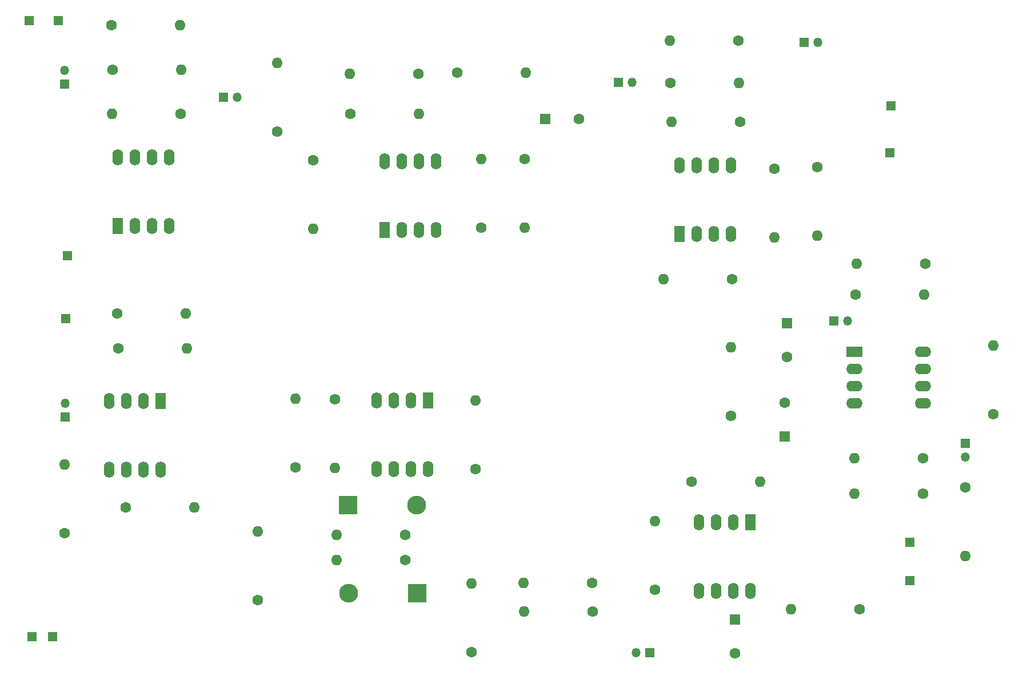
<source format=gbr>
%TF.GenerationSoftware,KiCad,Pcbnew,7.0.2*%
%TF.CreationDate,2023-05-13T22:40:36-03:00*%
%TF.ProjectId,op,6f702e6b-6963-4616-945f-706362585858,rev?*%
%TF.SameCoordinates,Original*%
%TF.FileFunction,Soldermask,Bot*%
%TF.FilePolarity,Negative*%
%FSLAX46Y46*%
G04 Gerber Fmt 4.6, Leading zero omitted, Abs format (unit mm)*
G04 Created by KiCad (PCBNEW 7.0.2) date 2023-05-13 22:40:36*
%MOMM*%
%LPD*%
G01*
G04 APERTURE LIST*
%ADD10C,1.600000*%
%ADD11O,1.600000X1.600000*%
%ADD12R,1.350000X1.350000*%
%ADD13O,1.350000X1.350000*%
%ADD14R,1.600000X1.600000*%
%ADD15R,1.600000X2.400000*%
%ADD16O,1.600000X2.400000*%
%ADD17R,2.400000X1.600000*%
%ADD18O,2.400000X1.600000*%
%ADD19R,2.800000X2.800000*%
%ADD20O,2.800000X2.800000*%
G04 APERTURE END LIST*
D10*
%TO.C,R20*%
X149950000Y-60120000D03*
D11*
X139790000Y-60120000D03*
%TD*%
D12*
%TO.C,J10*%
X17660000Y-115340000D03*
%TD*%
%TO.C,J18*%
X109170000Y-117700000D03*
D13*
X107170000Y-117700000D03*
%TD*%
D12*
%TO.C,J15*%
X132070000Y-27370000D03*
D13*
X134070000Y-27370000D03*
%TD*%
D12*
%TO.C,J9*%
X17190000Y-24180000D03*
%TD*%
D10*
%TO.C,R28*%
X56670000Y-90310000D03*
D11*
X56670000Y-80150000D03*
%TD*%
D14*
%TO.C,C3*%
X129180000Y-85690000D03*
D10*
X129180000Y-80690000D03*
%TD*%
D14*
%TO.C,C1*%
X93700000Y-38730000D03*
D10*
X98700000Y-38730000D03*
%TD*%
%TO.C,R13*%
X74880000Y-32040000D03*
D11*
X64720000Y-32040000D03*
%TD*%
D10*
%TO.C,R31*%
X100620000Y-107350000D03*
D11*
X90460000Y-107350000D03*
%TD*%
D15*
%TO.C,U7*%
X36660000Y-80445000D03*
D16*
X34120000Y-80445000D03*
X31580000Y-80445000D03*
X29040000Y-80445000D03*
X29040000Y-90605000D03*
X31580000Y-90605000D03*
X34120000Y-90605000D03*
X36660000Y-90605000D03*
%TD*%
D10*
%TO.C,R6*%
X84220000Y-54840000D03*
D11*
X84220000Y-44680000D03*
%TD*%
D10*
%TO.C,R30*%
X83370000Y-90560000D03*
D11*
X83370000Y-80400000D03*
%TD*%
D17*
%TO.C,U4*%
X139455000Y-73200000D03*
D18*
X139455000Y-75740000D03*
X139455000Y-78280000D03*
X139455000Y-80820000D03*
X149615000Y-80820000D03*
X149615000Y-78280000D03*
X149615000Y-75740000D03*
X149615000Y-73200000D03*
%TD*%
D10*
%TO.C,R17*%
X122330000Y-27140000D03*
D11*
X112170000Y-27140000D03*
%TD*%
D10*
%TO.C,R42*%
X30280000Y-67540000D03*
D11*
X40440000Y-67540000D03*
%TD*%
D15*
%TO.C,U3*%
X113610000Y-55745000D03*
D16*
X116150000Y-55745000D03*
X118690000Y-55745000D03*
X121230000Y-55745000D03*
X121230000Y-45585000D03*
X118690000Y-45585000D03*
X116150000Y-45585000D03*
X113610000Y-45585000D03*
%TD*%
D10*
%TO.C,R10*%
X39640000Y-37910000D03*
D11*
X29480000Y-37910000D03*
%TD*%
D10*
%TO.C,R15*%
X121360000Y-62390000D03*
D11*
X111200000Y-62390000D03*
%TD*%
D15*
%TO.C,U2*%
X69900000Y-55125000D03*
D16*
X72440000Y-55125000D03*
X74980000Y-55125000D03*
X77520000Y-55125000D03*
X77520000Y-44965000D03*
X74980000Y-44965000D03*
X72440000Y-44965000D03*
X69900000Y-44965000D03*
%TD*%
D12*
%TO.C,J17*%
X155900000Y-86720000D03*
D13*
X155900000Y-88720000D03*
%TD*%
D10*
%TO.C,R21*%
X121190000Y-82630000D03*
D11*
X121190000Y-72470000D03*
%TD*%
D10*
%TO.C,R24*%
X149630000Y-94160000D03*
D11*
X139470000Y-94160000D03*
%TD*%
D10*
%TO.C,R39*%
X31540000Y-96210000D03*
D11*
X41700000Y-96210000D03*
%TD*%
D10*
%TO.C,R9*%
X29590000Y-31390000D03*
D11*
X39750000Y-31390000D03*
%TD*%
D12*
%TO.C,J19*%
X22540000Y-82820000D03*
D13*
X22540000Y-80820000D03*
%TD*%
D10*
%TO.C,R8*%
X53990000Y-40590000D03*
D11*
X53990000Y-30430000D03*
%TD*%
D12*
%TO.C,J16*%
X136470000Y-68560000D03*
D13*
X138470000Y-68560000D03*
%TD*%
D10*
%TO.C,R22*%
X109970000Y-108420000D03*
D11*
X109970000Y-98260000D03*
%TD*%
D12*
%TO.C,J4*%
X144730000Y-43670000D03*
%TD*%
D10*
%TO.C,R33*%
X140220000Y-111300000D03*
D11*
X130060000Y-111300000D03*
%TD*%
D10*
%TO.C,R36*%
X72940000Y-103990000D03*
D11*
X62780000Y-103990000D03*
%TD*%
D10*
%TO.C,R41*%
X30470000Y-72670000D03*
D11*
X40630000Y-72670000D03*
%TD*%
D10*
%TO.C,R37*%
X72940000Y-100250000D03*
D11*
X62780000Y-100250000D03*
%TD*%
D12*
%TO.C,J13*%
X46050000Y-35500000D03*
D13*
X48050000Y-35500000D03*
%TD*%
D14*
%TO.C,C4*%
X121760000Y-112830000D03*
D10*
X121760000Y-117830000D03*
%TD*%
D15*
%TO.C,U5*%
X124080000Y-98395000D03*
D16*
X121540000Y-98395000D03*
X119000000Y-98395000D03*
X116460000Y-98395000D03*
X116460000Y-108555000D03*
X119000000Y-108555000D03*
X121540000Y-108555000D03*
X124080000Y-108555000D03*
%TD*%
D15*
%TO.C,U6*%
X76350000Y-80405000D03*
D16*
X73810000Y-80405000D03*
X71270000Y-80405000D03*
X68730000Y-80405000D03*
X68730000Y-90565000D03*
X71270000Y-90565000D03*
X73810000Y-90565000D03*
X76350000Y-90565000D03*
%TD*%
D19*
%TO.C,D1*%
X74680000Y-108940000D03*
D20*
X64520000Y-108940000D03*
%TD*%
D10*
%TO.C,R26*%
X139690000Y-64670000D03*
D11*
X149850000Y-64670000D03*
%TD*%
D12*
%TO.C,J7*%
X22610000Y-68220000D03*
%TD*%
D14*
%TO.C,C2*%
X129480000Y-68940000D03*
D10*
X129480000Y-73940000D03*
%TD*%
D12*
%TO.C,J11*%
X21540000Y-24150000D03*
%TD*%
D10*
%TO.C,R38*%
X51090000Y-109940000D03*
D11*
X51090000Y-99780000D03*
%TD*%
D12*
%TO.C,J8*%
X20690000Y-115370000D03*
%TD*%
D10*
%TO.C,R19*%
X122560000Y-39100000D03*
D11*
X112400000Y-39100000D03*
%TD*%
D12*
%TO.C,J14*%
X104520000Y-33280000D03*
D13*
X106520000Y-33280000D03*
%TD*%
D12*
%TO.C,J1*%
X147730000Y-107060000D03*
%TD*%
D10*
%TO.C,R12*%
X80680000Y-31860000D03*
D11*
X90840000Y-31860000D03*
%TD*%
D10*
%TO.C,R14*%
X127600000Y-46050000D03*
D11*
X127600000Y-56210000D03*
%TD*%
D10*
%TO.C,R18*%
X112240000Y-33390000D03*
D11*
X122400000Y-33390000D03*
%TD*%
D12*
%TO.C,J5*%
X147680000Y-101400000D03*
%TD*%
D10*
%TO.C,R27*%
X160030000Y-82430000D03*
D11*
X160030000Y-72270000D03*
%TD*%
D19*
%TO.C,D2*%
X64500000Y-95870000D03*
D20*
X74660000Y-95870000D03*
%TD*%
D15*
%TO.C,U1*%
X30330000Y-54520000D03*
D16*
X32870000Y-54520000D03*
X35410000Y-54520000D03*
X37950000Y-54520000D03*
X37950000Y-44360000D03*
X35410000Y-44360000D03*
X32870000Y-44360000D03*
X30330000Y-44360000D03*
%TD*%
D10*
%TO.C,R11*%
X64800000Y-37950000D03*
D11*
X74960000Y-37950000D03*
%TD*%
D10*
%TO.C,R40*%
X22500000Y-100040000D03*
D11*
X22500000Y-89880000D03*
%TD*%
D12*
%TO.C,J6*%
X22890000Y-58920000D03*
%TD*%
D10*
%TO.C,R29*%
X62490000Y-80220000D03*
D11*
X62490000Y-90380000D03*
%TD*%
D10*
%TO.C,R25*%
X149610000Y-88960000D03*
D11*
X139450000Y-88960000D03*
%TD*%
D10*
%TO.C,R7*%
X59310000Y-44790000D03*
D11*
X59310000Y-54950000D03*
%TD*%
D10*
%TO.C,R23*%
X115320000Y-92400000D03*
D11*
X125480000Y-92400000D03*
%TD*%
D10*
%TO.C,R4*%
X29450000Y-24870000D03*
D11*
X39610000Y-24870000D03*
%TD*%
D10*
%TO.C,R32*%
X155900000Y-93240000D03*
D11*
X155900000Y-103400000D03*
%TD*%
D12*
%TO.C,J2*%
X144930000Y-36800000D03*
%TD*%
D10*
%TO.C,R5*%
X90640000Y-44620000D03*
D11*
X90640000Y-54780000D03*
%TD*%
D10*
%TO.C,R16*%
X133950000Y-45830000D03*
D11*
X133950000Y-55990000D03*
%TD*%
D10*
%TO.C,R35*%
X82740000Y-117640000D03*
D11*
X82740000Y-107480000D03*
%TD*%
D12*
%TO.C,J12*%
X22450000Y-33510000D03*
D13*
X22450000Y-31510000D03*
%TD*%
D10*
%TO.C,R34*%
X100720000Y-111630000D03*
D11*
X90560000Y-111630000D03*
%TD*%
M02*

</source>
